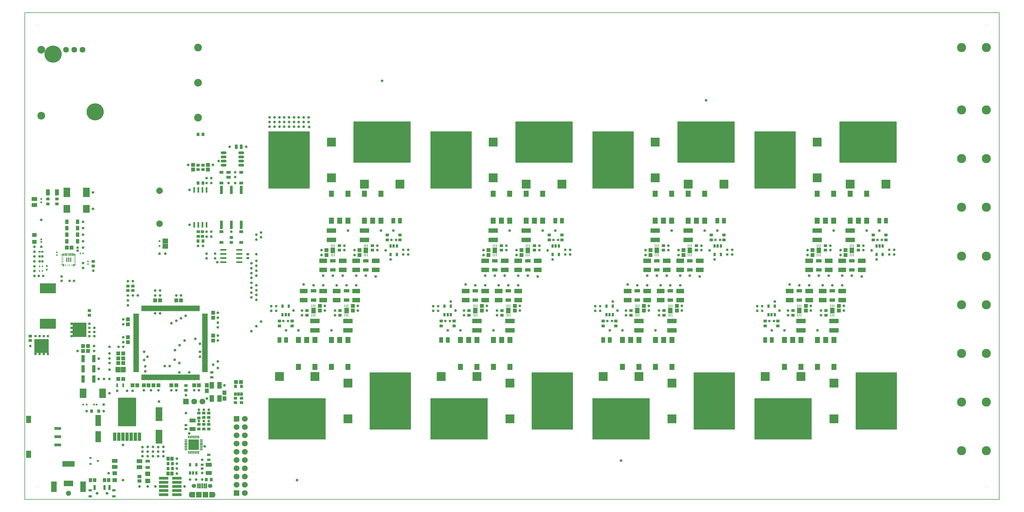
<source format=gts>
G04*
G04 #@! TF.GenerationSoftware,Altium Limited,Altium Designer,24.3.1 (35)*
G04*
G04 Layer_Color=8388736*
%FSLAX44Y44*%
%MOMM*%
G71*
G04*
G04 #@! TF.SameCoordinates,92BC9782-8992-42D9-9517-A00A7AE7D45C*
G04*
G04*
G04 #@! TF.FilePolarity,Negative*
G04*
G01*
G75*
%ADD11C,0.2000*%
%ADD27R,1.4500X0.9500*%
%ADD29R,0.6480X0.5080*%
G04:AMPARAMS|DCode=31|XSize=1.1mm|YSize=0.6mm|CornerRadius=0.051mm|HoleSize=0mm|Usage=FLASHONLY|Rotation=270.000|XOffset=0mm|YOffset=0mm|HoleType=Round|Shape=RoundedRectangle|*
%AMROUNDEDRECTD31*
21,1,1.1000,0.4980,0,0,270.0*
21,1,0.9980,0.6000,0,0,270.0*
1,1,0.1020,-0.2490,-0.4990*
1,1,0.1020,-0.2490,0.4990*
1,1,0.1020,0.2490,0.4990*
1,1,0.1020,0.2490,-0.4990*
%
%ADD31ROUNDEDRECTD31*%
%ADD33R,0.9500X1.3500*%
%ADD34R,1.3500X0.9500*%
%ADD35R,0.6000X0.5000*%
%ADD38R,0.6811X0.5725*%
%ADD39R,0.2548X0.8080*%
%ADD40R,1.4478X1.7526*%
%ADD41R,0.6900X0.9900*%
%ADD43R,0.9000X0.7500*%
%ADD47R,0.5000X0.4750*%
%ADD48R,0.4725X0.5596*%
%ADD49R,0.5596X0.4725*%
%ADD56R,1.0000X0.7500*%
%ADD61R,0.7000X0.7000*%
%ADD64R,0.6500X0.7000*%
%ADD68R,0.7000X0.7000*%
%ADD72R,0.4750X0.5000*%
%ADD73R,1.2192X0.9144*%
%ADD74R,1.9800X0.5300*%
%ADD75R,0.5588X1.7018*%
%ADD76R,0.8636X2.6162*%
%ADD79R,1.7121X1.0581*%
%ADD81R,0.6000X0.6000*%
%ADD82R,2.0000X3.0000*%
%ADD83R,1.9900X2.3300*%
%ADD85R,0.6000X1.2500*%
%ADD86R,1.5000X1.9000*%
%ADD87R,1.1000X2.2000*%
%ADD97R,0.4000X0.5000*%
%ADD99R,5.0038X3.0988*%
%ADD102R,2.0800X0.8900*%
%ADD103R,1.5200X2.3250*%
%ADD104R,0.7000X1.5000*%
%ADD105R,1.0000X0.8000*%
%ADD108R,0.5000X0.4000*%
%ADD109R,1.1000X1.3500*%
%ADD110R,0.7000X0.6500*%
%ADD113R,1.5032X1.3532*%
%ADD114R,1.8032X3.4032*%
%ADD115R,2.1032X4.3532*%
%ADD116R,1.6532X1.2532*%
%ADD117R,1.5032X1.6532*%
%ADD118R,0.8532X1.1032*%
%ADD119O,0.4032X0.9532*%
%ADD120O,0.9532X0.4032*%
%ADD121R,3.3332X3.3332*%
%ADD122R,4.2000X4.4840*%
%ADD123R,0.7500X0.6750*%
%ADD124R,4.4840X4.2000*%
%ADD125R,0.6750X0.7500*%
%ADD126R,1.2032X1.2532*%
%ADD127R,1.7032X1.7532*%
%ADD128R,0.6032X1.5532*%
%ADD129R,1.2532X1.2032*%
%ADD130R,1.1032X0.9032*%
%ADD131R,1.9032X1.3032*%
%ADD132R,0.9032X1.1032*%
%ADD133R,2.9932X0.9432*%
%ADD134R,1.0032X1.1532*%
%ADD135R,0.9142X1.0162*%
%ADD136O,1.8532X0.5032*%
%ADD137O,0.5032X1.8532*%
%ADD138R,0.8332X1.0332*%
G04:AMPARAMS|DCode=139|XSize=0.8032mm|YSize=1.6532mm|CornerRadius=0.1526mm|HoleSize=0mm|Usage=FLASHONLY|Rotation=90.000|XOffset=0mm|YOffset=0mm|HoleType=Round|Shape=RoundedRectangle|*
%AMROUNDEDRECTD139*
21,1,0.8032,1.3480,0,0,90.0*
21,1,0.4980,1.6532,0,0,90.0*
1,1,0.3052,0.6740,0.2490*
1,1,0.3052,0.6740,-0.2490*
1,1,0.3052,-0.6740,-0.2490*
1,1,0.3052,-0.6740,0.2490*
%
%ADD139ROUNDEDRECTD139*%
%ADD140R,1.6532X1.5032*%
%ADD141R,0.4572X0.8382*%
%ADD142R,0.3810X1.4224*%
%ADD143R,0.2540X0.6858*%
%ADD144R,0.6858X0.2540*%
%ADD145R,0.6096X0.2540*%
%ADD146R,0.2540X0.6096*%
%ADD147R,0.6096X0.4318*%
%ADD148R,0.5588X0.4318*%
%ADD149R,0.8032X0.7532*%
%ADD150R,0.7532X0.7532*%
%ADD151R,1.3032X1.4532*%
%ADD152R,1.4032X2.0032*%
%ADD153R,2.7032X2.7032*%
%ADD154R,17.7032X12.7032*%
%ADD155R,12.7032X17.7032*%
%ADD156R,2.7032X2.7032*%
%ADD157R,2.4892X1.4732*%
%ADD158R,2.9032X1.4532*%
%ADD159R,1.0162X0.9142*%
%ADD160R,1.2192X1.7272*%
%ADD161R,1.3032X1.8532*%
%ADD162R,0.7532X0.7532*%
G04:AMPARAMS|DCode=163|XSize=5.5532mm|YSize=8.7432mm|CornerRadius=0.1551mm|HoleSize=0mm|Usage=FLASHONLY|Rotation=180.000|XOffset=0mm|YOffset=0mm|HoleType=Round|Shape=RoundedRectangle|*
%AMROUNDEDRECTD163*
21,1,5.5532,8.4330,0,0,180.0*
21,1,5.2430,8.7432,0,0,180.0*
1,1,0.3102,-2.6215,4.2165*
1,1,0.3102,2.6215,4.2165*
1,1,0.3102,2.6215,-4.2165*
1,1,0.3102,-2.6215,-4.2165*
%
%ADD163ROUNDEDRECTD163*%
G04:AMPARAMS|DCode=164|XSize=1.0932mm|YSize=2.6132mm|CornerRadius=0.1505mm|HoleSize=0mm|Usage=FLASHONLY|Rotation=180.000|XOffset=0mm|YOffset=0mm|HoleType=Round|Shape=RoundedRectangle|*
%AMROUNDEDRECTD164*
21,1,1.0932,2.3121,0,0,180.0*
21,1,0.7921,2.6132,0,0,180.0*
1,1,0.3011,-0.3961,1.1561*
1,1,0.3011,0.3961,1.1561*
1,1,0.3011,0.3961,-1.1561*
1,1,0.3011,-0.3961,-1.1561*
%
%ADD164ROUNDEDRECTD164*%
%ADD165R,1.1532X1.0032*%
%ADD166R,1.4032X1.3032*%
%ADD167R,1.4032X1.7532*%
%ADD168R,1.4032X1.7532*%
%ADD169C,2.8032*%
%ADD170C,0.2032*%
%ADD171O,1.1032X1.7532*%
%ADD172O,1.4532X1.1532*%
%ADD173R,1.8032X1.8032*%
%ADD174C,1.8032*%
%ADD175R,1.8032X1.8032*%
%ADD176C,2.0032*%
%ADD177C,2.3832*%
%ADD178C,5.2832*%
%ADD179C,1.7832*%
%ADD180C,0.9000*%
%ADD181R,1.7032X3.2032*%
%ADD182C,1.6032*%
%ADD183R,3.7032X1.7032*%
%ADD184R,3.0032X1.7032*%
%ADD185C,0.8032*%
G36*
X120951Y718621D02*
Y724818D01*
X112359D01*
Y722532D01*
X116887D01*
Y718621D01*
X120951D01*
D02*
G37*
G36*
X112359Y752282D02*
X120197D01*
Y758225D01*
X116641D01*
Y754568D01*
X112359D01*
Y752282D01*
D02*
G37*
G36*
X149387Y718621D02*
Y724818D01*
X157979D01*
Y722532D01*
X153451D01*
Y718621D01*
X149387D01*
D02*
G37*
G36*
X157979Y752282D02*
X150141D01*
Y758225D01*
X153697D01*
Y754568D01*
X157979D01*
Y752282D01*
D02*
G37*
D11*
X0Y0D02*
Y1500000D01*
X3000000D01*
Y0D02*
Y1500000D01*
X0Y0D02*
X3000000D01*
D27*
X378550Y98870D02*
D03*
Y118370D02*
D03*
D29*
X202500Y109250D02*
D03*
Y128250D02*
D03*
X224980Y118750D02*
D03*
D31*
X1145360Y780790D02*
D03*
X1135860D02*
D03*
X1126360D02*
D03*
Y754790D02*
D03*
X1145360D02*
D03*
X1644000Y780790D02*
D03*
X1634500D02*
D03*
X1625000D02*
D03*
Y754790D02*
D03*
X1644000D02*
D03*
X2142640Y780790D02*
D03*
X2133140D02*
D03*
X2123640D02*
D03*
Y754790D02*
D03*
X2142640D02*
D03*
X2641280Y780790D02*
D03*
X2631780D02*
D03*
X2622280D02*
D03*
Y754790D02*
D03*
X2641280D02*
D03*
X2289680Y569210D02*
D03*
X2299180D02*
D03*
X2308680D02*
D03*
Y595210D02*
D03*
X2289680D02*
D03*
X1791040Y569210D02*
D03*
X1800540D02*
D03*
X1810040D02*
D03*
Y595210D02*
D03*
X1791040D02*
D03*
X1292400Y569210D02*
D03*
X1301900D02*
D03*
X1311400D02*
D03*
Y595210D02*
D03*
X1292400D02*
D03*
X793760Y569210D02*
D03*
X803260D02*
D03*
X812760D02*
D03*
Y595210D02*
D03*
X793760D02*
D03*
D33*
X651650Y1086880D02*
D03*
X666650D02*
D03*
D34*
X627470Y992780D02*
D03*
Y1007780D02*
D03*
D35*
X415430Y796050D02*
D03*
Y781050D02*
D03*
D38*
X54065Y763550D02*
D03*
X45755D02*
D03*
D39*
X1045361Y753336D02*
D03*
X1050361D02*
D03*
X1055361D02*
D03*
Y782244D02*
D03*
X1050361D02*
D03*
X1045361D02*
D03*
X1544001Y753336D02*
D03*
X1549001D02*
D03*
X1554001D02*
D03*
Y782244D02*
D03*
X1549001D02*
D03*
X1544001D02*
D03*
X2042641Y753336D02*
D03*
X2047641D02*
D03*
X2052641D02*
D03*
Y782244D02*
D03*
X2047641D02*
D03*
X2042641D02*
D03*
X2541281Y753336D02*
D03*
X2546281D02*
D03*
X2551281D02*
D03*
Y782244D02*
D03*
X2546281D02*
D03*
X2541281D02*
D03*
X2389679Y596664D02*
D03*
X2384680D02*
D03*
X2379680D02*
D03*
Y567756D02*
D03*
X2384680D02*
D03*
X2389679D02*
D03*
X1891040Y596664D02*
D03*
X1886040D02*
D03*
X1881040D02*
D03*
Y567756D02*
D03*
X1886040D02*
D03*
X1891040D02*
D03*
X1392399Y596664D02*
D03*
X1387399D02*
D03*
X1382399D02*
D03*
Y567756D02*
D03*
X1387399D02*
D03*
X1392399D02*
D03*
X893760Y596664D02*
D03*
X888760D02*
D03*
X883760D02*
D03*
Y567756D02*
D03*
X888760D02*
D03*
X893760D02*
D03*
X943761Y753336D02*
D03*
X948761D02*
D03*
X953761D02*
D03*
Y782244D02*
D03*
X948761D02*
D03*
X943761D02*
D03*
X1442401Y753336D02*
D03*
X1447401D02*
D03*
X1452401D02*
D03*
Y782244D02*
D03*
X1447401D02*
D03*
X1442401D02*
D03*
X1941041Y753336D02*
D03*
X1946041D02*
D03*
X1951041D02*
D03*
Y782244D02*
D03*
X1946041D02*
D03*
X1941041D02*
D03*
X2439680Y753336D02*
D03*
X2444680D02*
D03*
X2449680D02*
D03*
Y782244D02*
D03*
X2444680D02*
D03*
X2439680D02*
D03*
X2491279Y596664D02*
D03*
X2486279D02*
D03*
X2481279D02*
D03*
Y567756D02*
D03*
X2486279D02*
D03*
X2491279D02*
D03*
X1992640Y596664D02*
D03*
X1987640D02*
D03*
X1982640D02*
D03*
Y567756D02*
D03*
X1987640D02*
D03*
X1992640D02*
D03*
X1493999Y596664D02*
D03*
X1488999D02*
D03*
X1483999D02*
D03*
Y567756D02*
D03*
X1488999D02*
D03*
X1493999D02*
D03*
X995360Y596664D02*
D03*
X990360D02*
D03*
X985360D02*
D03*
Y567756D02*
D03*
X990360D02*
D03*
X995360D02*
D03*
D40*
X1050361Y767790D02*
D03*
X1549001Y767790D02*
D03*
X2047641Y767790D02*
D03*
X2546281D02*
D03*
X2384680Y582210D02*
D03*
X1886040D02*
D03*
X1387399D02*
D03*
X888760D02*
D03*
X948761Y767790D02*
D03*
X1447401Y767790D02*
D03*
X1946041Y767790D02*
D03*
X2444680D02*
D03*
X2486279Y582210D02*
D03*
X1987640D02*
D03*
X1488999D02*
D03*
X990360D02*
D03*
D41*
X509200Y107400D02*
D03*
X528200D02*
D03*
Y81500D02*
D03*
X518700D02*
D03*
X509200D02*
D03*
D43*
X496330Y229280D02*
D03*
Y217280D02*
D03*
X546200Y95400D02*
D03*
Y107400D02*
D03*
X686650Y744000D02*
D03*
Y756000D02*
D03*
D47*
X50930Y925705D02*
D03*
Y915455D02*
D03*
D48*
Y793548D02*
D03*
Y801072D02*
D03*
D49*
X220933Y292270D02*
D03*
X213407D02*
D03*
D56*
X566820Y122400D02*
D03*
Y137400D02*
D03*
X575780Y391520D02*
D03*
Y376520D02*
D03*
D61*
X1165361Y754790D02*
D03*
Y768790D02*
D03*
X2661281D02*
D03*
Y754790D02*
D03*
X2162641Y768790D02*
D03*
Y754790D02*
D03*
X1771039Y595210D02*
D03*
Y581210D02*
D03*
X1272399Y595210D02*
D03*
Y581210D02*
D03*
X1664001Y754790D02*
D03*
Y768790D02*
D03*
X773760Y581210D02*
D03*
Y595210D02*
D03*
X585650Y743000D02*
D03*
Y757000D02*
D03*
X2269679Y581210D02*
D03*
Y595210D02*
D03*
X647630Y1007780D02*
D03*
Y993780D02*
D03*
D64*
X138050Y673250D02*
D03*
X151550D02*
D03*
D68*
X574200Y825070D02*
D03*
X560200D02*
D03*
X302830Y470020D02*
D03*
X288830D02*
D03*
X560200Y975020D02*
D03*
X574200D02*
D03*
X57250Y688550D02*
D03*
X43250D02*
D03*
X1641501Y800040D02*
D03*
X1627500D02*
D03*
X796261Y549960D02*
D03*
X810261D02*
D03*
X1142860Y800040D02*
D03*
X1128860D02*
D03*
X2292180Y549960D02*
D03*
X2306180D02*
D03*
X1294899D02*
D03*
X1308900D02*
D03*
X2624780Y800040D02*
D03*
X2638780D02*
D03*
X2126140D02*
D03*
X2140141D02*
D03*
X1807540Y549960D02*
D03*
X1793540D02*
D03*
D72*
X190245Y292270D02*
D03*
X179995D02*
D03*
D73*
X666650Y1007783D02*
D03*
Y975017D02*
D03*
X605650Y1007783D02*
D03*
Y975017D02*
D03*
X666650Y792307D02*
D03*
Y825073D02*
D03*
X605650Y792307D02*
D03*
Y825073D02*
D03*
D74*
X660800Y769050D02*
D03*
Y756350D02*
D03*
Y743650D02*
D03*
Y730950D02*
D03*
X611500D02*
D03*
Y743650D02*
D03*
Y756350D02*
D03*
Y769050D02*
D03*
D75*
X522100Y846192D02*
D03*
X560200Y953888D02*
D03*
X547500D02*
D03*
X534800D02*
D03*
X522100D02*
D03*
X534800Y846192D02*
D03*
X547500D02*
D03*
X560200D02*
D03*
D76*
X605650Y846065D02*
D03*
X636150D02*
D03*
X666650D02*
D03*
Y954015D02*
D03*
X636150D02*
D03*
X605650D02*
D03*
D79*
X1050360Y735540D02*
D03*
Y707000D02*
D03*
X1549000Y735540D02*
D03*
Y707000D02*
D03*
X2047640Y735540D02*
D03*
Y707000D02*
D03*
X2546280Y735540D02*
D03*
Y707000D02*
D03*
X2384680Y614460D02*
D03*
Y643000D02*
D03*
X1886040Y614460D02*
D03*
Y643000D02*
D03*
X1387400Y614460D02*
D03*
Y643000D02*
D03*
X888760Y614460D02*
D03*
Y643000D02*
D03*
X948760Y735540D02*
D03*
Y707000D02*
D03*
X1447400Y735540D02*
D03*
Y707000D02*
D03*
X1946040Y735540D02*
D03*
Y707000D02*
D03*
X2444680Y735540D02*
D03*
Y707000D02*
D03*
X2486280Y614460D02*
D03*
Y643000D02*
D03*
X1987640Y614460D02*
D03*
Y643000D02*
D03*
X1489000Y614460D02*
D03*
Y643000D02*
D03*
X990360Y614460D02*
D03*
Y643000D02*
D03*
D81*
X67500Y718850D02*
D03*
Y708350D02*
D03*
D82*
X240000Y326870D02*
D03*
X180000D02*
D03*
X189500Y945700D02*
D03*
X129500D02*
D03*
D83*
X189700Y895700D02*
D03*
X129500D02*
D03*
D85*
X302830Y351520D02*
D03*
X284830D02*
D03*
D86*
X868361Y491460D02*
D03*
X893761D02*
D03*
Y408460D02*
D03*
X842961D02*
D03*
Y491460D02*
D03*
X1569400Y858540D02*
D03*
X1544000D02*
D03*
Y941540D02*
D03*
X1594800D02*
D03*
Y858540D02*
D03*
X1467801Y858540D02*
D03*
X1442401D02*
D03*
Y941540D02*
D03*
X1493201D02*
D03*
Y858540D02*
D03*
X969960Y491460D02*
D03*
X995360D02*
D03*
Y408460D02*
D03*
X944560D02*
D03*
Y491460D02*
D03*
X969161Y858540D02*
D03*
X943761D02*
D03*
Y941540D02*
D03*
X994561D02*
D03*
Y858540D02*
D03*
X1070760Y858540D02*
D03*
X1045360D02*
D03*
Y941540D02*
D03*
X1096160D02*
D03*
Y858540D02*
D03*
X2338880Y491460D02*
D03*
Y408460D02*
D03*
X2389680D02*
D03*
Y491460D02*
D03*
X2364280D02*
D03*
X2440480Y491460D02*
D03*
Y408460D02*
D03*
X2491280D02*
D03*
Y491460D02*
D03*
X2465880D02*
D03*
X1367000Y491460D02*
D03*
X1392400D02*
D03*
Y408460D02*
D03*
X1341600D02*
D03*
Y491460D02*
D03*
X1468600Y491460D02*
D03*
X1494000D02*
D03*
Y408460D02*
D03*
X1443200D02*
D03*
Y491460D02*
D03*
X1840240Y491460D02*
D03*
Y408460D02*
D03*
X1891040D02*
D03*
Y491460D02*
D03*
X1865640D02*
D03*
X1941840Y491460D02*
D03*
Y408460D02*
D03*
X1992640D02*
D03*
Y491460D02*
D03*
X1967240D02*
D03*
X2490480Y858540D02*
D03*
Y941540D02*
D03*
X2439680D02*
D03*
Y858540D02*
D03*
X2465080D02*
D03*
X2592080Y858540D02*
D03*
Y941540D02*
D03*
X2541280D02*
D03*
Y858540D02*
D03*
X2566680D02*
D03*
X1991841Y858540D02*
D03*
Y941540D02*
D03*
X1941041D02*
D03*
Y858540D02*
D03*
X1966441D02*
D03*
X2093441Y858540D02*
D03*
Y941540D02*
D03*
X2042641D02*
D03*
Y858540D02*
D03*
X2068041D02*
D03*
D87*
X213000Y434110D02*
D03*
X180000D02*
D03*
X180000Y371360D02*
D03*
X213000D02*
D03*
X180000Y402610D02*
D03*
X213000D02*
D03*
D97*
X179550Y758550D02*
D03*
X171550D02*
D03*
X54250Y703550D02*
D03*
X46250D02*
D03*
Y718550D02*
D03*
X54250D02*
D03*
D99*
X71250Y541504D02*
D03*
Y650516D02*
D03*
D102*
X101550Y167750D02*
D03*
Y193150D02*
D03*
Y218550D02*
D03*
D103*
X12350Y246925D02*
D03*
Y139375D02*
D03*
D104*
X245500Y36500D02*
D03*
X260500D02*
D03*
X215500D02*
D03*
D105*
X201500Y28650D02*
D03*
X274500D02*
D03*
X201500Y9350D02*
D03*
X274500D02*
D03*
D108*
X99500Y761420D02*
D03*
Y753420D02*
D03*
X194550Y725550D02*
D03*
Y733550D02*
D03*
D109*
X129500Y855700D02*
D03*
X162500D02*
D03*
X129500Y835700D02*
D03*
X162500D02*
D03*
X129500Y815700D02*
D03*
X162500D02*
D03*
X129500Y795700D02*
D03*
X162500D02*
D03*
D110*
X113800Y673250D02*
D03*
Y686750D02*
D03*
D113*
X378550Y56790D02*
D03*
Y79290D02*
D03*
D114*
X226380Y193150D02*
D03*
Y243150D02*
D03*
D115*
X412940Y193150D02*
D03*
Y262650D02*
D03*
D116*
X353550Y118370D02*
D03*
Y99870D02*
D03*
X277350Y118750D02*
D03*
Y100250D02*
D03*
X30000Y907200D02*
D03*
Y925700D02*
D03*
D117*
X302830Y400020D02*
D03*
X286830D02*
D03*
D118*
X648700Y348565D02*
D03*
X667700D02*
D03*
Y324565D02*
D03*
X658200D02*
D03*
X648700D02*
D03*
D119*
X535080Y192280D02*
D03*
X530080D02*
D03*
X525080D02*
D03*
X520080D02*
D03*
X515080D02*
D03*
X510080D02*
D03*
X505080D02*
D03*
Y144780D02*
D03*
X510080D02*
D03*
X515080D02*
D03*
X520080D02*
D03*
X525080D02*
D03*
X530080D02*
D03*
X535080D02*
D03*
D120*
X496330Y183530D02*
D03*
Y178530D02*
D03*
Y173530D02*
D03*
Y168530D02*
D03*
Y163530D02*
D03*
Y158530D02*
D03*
Y153530D02*
D03*
X543830D02*
D03*
Y158530D02*
D03*
Y163530D02*
D03*
Y168530D02*
D03*
Y173530D02*
D03*
Y178530D02*
D03*
Y183530D02*
D03*
D121*
X520080Y168530D02*
D03*
D122*
X168780Y522450D02*
D03*
D123*
X144030Y503400D02*
D03*
X199075D02*
D03*
Y516100D02*
D03*
Y528800D02*
D03*
Y541500D02*
D03*
X144030Y516100D02*
D03*
Y541500D02*
D03*
Y528800D02*
D03*
D124*
X52200Y473110D02*
D03*
D125*
X71250Y448360D02*
D03*
Y503405D02*
D03*
X58550D02*
D03*
X45850D02*
D03*
X33150D02*
D03*
X58550Y448360D02*
D03*
X33150D02*
D03*
X45850D02*
D03*
D126*
X564010Y1016150D02*
D03*
Y1031150D02*
D03*
X908760Y596660D02*
D03*
Y581660D02*
D03*
X1906040Y596660D02*
D03*
Y581660D02*
D03*
X2007639Y596660D02*
D03*
Y581660D02*
D03*
X1427401Y753339D02*
D03*
Y768339D02*
D03*
X1529001Y753339D02*
D03*
Y768339D02*
D03*
X1010360Y581660D02*
D03*
Y596660D02*
D03*
X928761Y753339D02*
D03*
Y768340D02*
D03*
X1030361Y753339D02*
D03*
Y768340D02*
D03*
X518290Y1016150D02*
D03*
Y1031150D02*
D03*
X2404680Y596660D02*
D03*
Y581660D02*
D03*
X2506279D02*
D03*
Y596660D02*
D03*
X1407400D02*
D03*
Y581660D02*
D03*
X1508999Y596660D02*
D03*
Y581660D02*
D03*
X2526280Y768340D02*
D03*
Y753339D02*
D03*
X2424681Y768340D02*
D03*
Y753339D02*
D03*
X1926041Y768340D02*
D03*
Y753339D02*
D03*
X579830Y560020D02*
D03*
Y575020D02*
D03*
X2027641Y768340D02*
D03*
Y753339D02*
D03*
X579830Y505020D02*
D03*
Y490020D02*
D03*
X317830Y500020D02*
D03*
Y485020D02*
D03*
X317830Y555020D02*
D03*
Y540020D02*
D03*
D127*
X556200Y14500D02*
D03*
X536200D02*
D03*
D128*
X559200Y41500D02*
D03*
X552700D02*
D03*
X546200D02*
D03*
X539700D02*
D03*
X533200D02*
D03*
D129*
X650700Y361565D02*
D03*
X665700D02*
D03*
X302830Y420020D02*
D03*
X287830D02*
D03*
X287830Y435020D02*
D03*
X302830D02*
D03*
X287830Y450020D02*
D03*
X302830D02*
D03*
X287830Y371360D02*
D03*
X302830D02*
D03*
X331830Y351520D02*
D03*
X346830D02*
D03*
X195000Y473110D02*
D03*
X180000D02*
D03*
X396330Y351520D02*
D03*
X411330D02*
D03*
X536330Y351520D02*
D03*
X521330D02*
D03*
X401330Y613520D02*
D03*
X416330D02*
D03*
X144500Y775700D02*
D03*
X129500D02*
D03*
X180000Y457360D02*
D03*
X195000D02*
D03*
X466330Y613520D02*
D03*
X481330D02*
D03*
X451330Y351520D02*
D03*
X466330D02*
D03*
X381330Y351520D02*
D03*
X366330D02*
D03*
D130*
X667700Y298065D02*
D03*
Y312065D02*
D03*
X648700Y298065D02*
D03*
Y312065D02*
D03*
X566330Y231280D02*
D03*
Y217280D02*
D03*
X551330Y231280D02*
D03*
Y217280D02*
D03*
X547500Y825070D02*
D03*
Y811070D02*
D03*
X317830Y657520D02*
D03*
Y643520D02*
D03*
X332830D02*
D03*
Y657520D02*
D03*
X534800Y811070D02*
D03*
Y825070D02*
D03*
X548770Y1016150D02*
D03*
Y1030150D02*
D03*
X533530Y1016150D02*
D03*
Y1030150D02*
D03*
X199000Y567950D02*
D03*
Y581950D02*
D03*
X551330Y252520D02*
D03*
Y266520D02*
D03*
X566330Y252520D02*
D03*
Y266520D02*
D03*
X16750Y489400D02*
D03*
Y503400D02*
D03*
X1070360Y768240D02*
D03*
Y782240D02*
D03*
X1569000Y768240D02*
D03*
Y782240D02*
D03*
X2067640Y768240D02*
D03*
Y782240D02*
D03*
X2566280Y768240D02*
D03*
Y782240D02*
D03*
X2364680Y581760D02*
D03*
Y567760D02*
D03*
X1866040Y581760D02*
D03*
Y567760D02*
D03*
X1367400Y581760D02*
D03*
Y567760D02*
D03*
X868760Y581760D02*
D03*
Y567760D02*
D03*
X968760Y782240D02*
D03*
Y768240D02*
D03*
X1467400Y782240D02*
D03*
Y768240D02*
D03*
X1966040Y782240D02*
D03*
Y768240D02*
D03*
X2464680Y782240D02*
D03*
Y768240D02*
D03*
X2466280Y567760D02*
D03*
Y581760D02*
D03*
X1967640Y567760D02*
D03*
Y581760D02*
D03*
X1469000Y567760D02*
D03*
Y581760D02*
D03*
X970360Y567760D02*
D03*
Y581760D02*
D03*
X496330Y336520D02*
D03*
Y350520D02*
D03*
X210640Y733550D02*
D03*
Y719550D02*
D03*
X536330Y231280D02*
D03*
Y217280D02*
D03*
D131*
X516330Y217280D02*
D03*
Y243280D02*
D03*
X566820Y107400D02*
D03*
Y81400D02*
D03*
D132*
X455010Y110300D02*
D03*
X441010D02*
D03*
Y95300D02*
D03*
X455010D02*
D03*
D133*
X468260Y65300D02*
D03*
Y52600D02*
D03*
Y39900D02*
D03*
Y27200D02*
D03*
Y14500D02*
D03*
X427560D02*
D03*
Y27200D02*
D03*
Y39900D02*
D03*
Y52600D02*
D03*
Y65300D02*
D03*
D134*
X441010Y80300D02*
D03*
X453510D02*
D03*
Y125300D02*
D03*
X441010D02*
D03*
X245500Y60000D02*
D03*
X258500D02*
D03*
X202500Y60000D02*
D03*
X215500D02*
D03*
D135*
X574440Y61500D02*
D03*
X559200D02*
D03*
X533530Y796070D02*
D03*
X548770D02*
D03*
X548770Y975020D02*
D03*
X533530D02*
D03*
X533530Y1124700D02*
D03*
X548770D02*
D03*
D136*
X342834Y425020D02*
D03*
Y420020D02*
D03*
Y440020D02*
D03*
Y430020D02*
D03*
Y435020D02*
D03*
Y400020D02*
D03*
Y395020D02*
D03*
Y415020D02*
D03*
Y405020D02*
D03*
Y410020D02*
D03*
Y460020D02*
D03*
Y475020D02*
D03*
Y465020D02*
D03*
Y470020D02*
D03*
Y455020D02*
D03*
Y445020D02*
D03*
Y450020D02*
D03*
Y510020D02*
D03*
Y505020D02*
D03*
Y525020D02*
D03*
Y515020D02*
D03*
Y520020D02*
D03*
Y485020D02*
D03*
Y480020D02*
D03*
Y500020D02*
D03*
Y490020D02*
D03*
Y495020D02*
D03*
Y555020D02*
D03*
Y550020D02*
D03*
Y570020D02*
D03*
Y560020D02*
D03*
Y565020D02*
D03*
Y535020D02*
D03*
Y530020D02*
D03*
Y540020D02*
D03*
Y545020D02*
D03*
X554834Y425020D02*
D03*
Y420020D02*
D03*
Y440020D02*
D03*
Y430020D02*
D03*
Y435020D02*
D03*
Y400020D02*
D03*
Y395020D02*
D03*
Y415020D02*
D03*
Y405020D02*
D03*
Y410020D02*
D03*
Y460020D02*
D03*
Y475020D02*
D03*
Y465020D02*
D03*
Y470020D02*
D03*
Y455020D02*
D03*
Y445020D02*
D03*
Y450020D02*
D03*
Y510020D02*
D03*
Y505020D02*
D03*
Y525020D02*
D03*
Y515020D02*
D03*
Y520020D02*
D03*
Y485020D02*
D03*
Y480020D02*
D03*
Y500020D02*
D03*
Y490020D02*
D03*
Y495020D02*
D03*
Y565020D02*
D03*
Y560020D02*
D03*
Y570020D02*
D03*
Y540020D02*
D03*
Y530020D02*
D03*
Y535020D02*
D03*
Y555020D02*
D03*
Y545020D02*
D03*
Y550020D02*
D03*
D137*
X411334Y376520D02*
D03*
X401334D02*
D03*
X406334D02*
D03*
X431334D02*
D03*
X436334D02*
D03*
X416334D02*
D03*
X426334D02*
D03*
X421334D02*
D03*
X366334D02*
D03*
X371334D02*
D03*
X361334D02*
D03*
X391334D02*
D03*
X396334D02*
D03*
X376334D02*
D03*
X386334D02*
D03*
X381334D02*
D03*
X411334Y588520D02*
D03*
X431334D02*
D03*
X436334D02*
D03*
X416334D02*
D03*
X426334D02*
D03*
X421334D02*
D03*
X371334D02*
D03*
X376334D02*
D03*
X361334D02*
D03*
X366334D02*
D03*
X396334D02*
D03*
X406334D02*
D03*
X401334D02*
D03*
X381334D02*
D03*
X391334D02*
D03*
X386334D02*
D03*
X506334Y376520D02*
D03*
X511334D02*
D03*
X491334D02*
D03*
X501334D02*
D03*
X496334D02*
D03*
X531334D02*
D03*
X536334D02*
D03*
X516334D02*
D03*
X526334D02*
D03*
X521334D02*
D03*
X456334D02*
D03*
X461334D02*
D03*
X441334D02*
D03*
X451334D02*
D03*
X446334D02*
D03*
X481334D02*
D03*
X486334D02*
D03*
X466334D02*
D03*
X476334D02*
D03*
X471334D02*
D03*
X491334Y588520D02*
D03*
X501334D02*
D03*
X496334D02*
D03*
X521334D02*
D03*
X526334D02*
D03*
X506334D02*
D03*
X516334D02*
D03*
X511334D02*
D03*
X456334D02*
D03*
X461334D02*
D03*
X441334D02*
D03*
X451334D02*
D03*
X446334D02*
D03*
X481334D02*
D03*
X486334D02*
D03*
X466334D02*
D03*
X476334D02*
D03*
X471334D02*
D03*
X531334D02*
D03*
X536334D02*
D03*
D138*
X206020Y272270D02*
D03*
X228320D02*
D03*
D139*
X666650Y1030150D02*
D03*
Y1042850D02*
D03*
Y1055550D02*
D03*
Y1068250D02*
D03*
X612150Y1030150D02*
D03*
Y1042850D02*
D03*
Y1055550D02*
D03*
Y1068250D02*
D03*
D140*
X432940Y780050D02*
D03*
Y796050D02*
D03*
D141*
X141800Y755050D02*
D03*
X124300Y754925D02*
D03*
X146800Y755050D02*
D03*
X129300Y754925D02*
D03*
X136800Y755050D02*
D03*
D142*
X135550Y738550D02*
D03*
X141800D02*
D03*
X129300D02*
D03*
D143*
X125050Y722050D02*
D03*
X146050D02*
D03*
D144*
X116550Y733550D02*
D03*
Y743550D02*
D03*
X154550D02*
D03*
Y733550D02*
D03*
X116550Y738550D02*
D03*
X154550D02*
D03*
D145*
X116169Y728550D02*
D03*
Y748550D02*
D03*
X154931D02*
D03*
Y728550D02*
D03*
D146*
X138050Y721669D02*
D03*
X133050D02*
D03*
D147*
X118919Y723675D02*
D03*
X151419D02*
D03*
D148*
X118419Y753425D02*
D03*
X151919D02*
D03*
D149*
X46000Y733550D02*
D03*
X54500D02*
D03*
D150*
X162500Y766700D02*
D03*
Y775700D02*
D03*
D151*
X614780Y328520D02*
D03*
Y311520D02*
D03*
X560780Y334520D02*
D03*
Y351520D02*
D03*
D152*
X599780Y311520D02*
D03*
X575780Y351520D02*
D03*
X599780D02*
D03*
X575780Y311520D02*
D03*
D153*
X1654001Y971239D02*
D03*
X1544001D02*
D03*
X783760Y378760D02*
D03*
X893761D02*
D03*
X1155360Y971240D02*
D03*
X1045360D02*
D03*
X2042640D02*
D03*
X2152641D02*
D03*
X2541280D02*
D03*
X2651280D02*
D03*
X2279680Y378760D02*
D03*
X2389680D02*
D03*
X1282400D02*
D03*
X1392400D02*
D03*
X1891040D02*
D03*
X1781040D02*
D03*
D154*
X1599000Y1101239D02*
D03*
X838761Y248760D02*
D03*
X1100360Y1101240D02*
D03*
X2097641D02*
D03*
X2596280D02*
D03*
X2334680Y248760D02*
D03*
X1337400D02*
D03*
X1836040D02*
D03*
D155*
X1312400Y1046240D02*
D03*
X1125360Y303760D02*
D03*
X813760Y1046240D02*
D03*
X2621280Y303760D02*
D03*
X1624000D02*
D03*
X1811040Y1046240D02*
D03*
X2309680D02*
D03*
X2122640Y303760D02*
D03*
D156*
X1442400Y991240D02*
D03*
Y1101240D02*
D03*
X995361Y248760D02*
D03*
Y358760D02*
D03*
X943760Y991240D02*
D03*
Y1101240D02*
D03*
X2491280Y248760D02*
D03*
Y358760D02*
D03*
X1494000D02*
D03*
Y248760D02*
D03*
X1941040Y991240D02*
D03*
Y1101240D02*
D03*
X2439680Y991240D02*
D03*
Y1101240D02*
D03*
X1992640Y358759D02*
D03*
Y248760D02*
D03*
D157*
X1856040Y642400D02*
D03*
Y614460D02*
D03*
X1916040Y642400D02*
D03*
Y614460D02*
D03*
X2017639Y642400D02*
D03*
Y614460D02*
D03*
X1957640Y642400D02*
D03*
Y614460D02*
D03*
X1477401Y707599D02*
D03*
Y735539D02*
D03*
X1417401Y707599D02*
D03*
Y735539D02*
D03*
X1519001Y707599D02*
D03*
Y735539D02*
D03*
X1579001Y707599D02*
D03*
Y735539D02*
D03*
X858760Y642400D02*
D03*
Y614460D02*
D03*
X960360Y642400D02*
D03*
Y614460D02*
D03*
X1020360D02*
D03*
Y642400D02*
D03*
X918760D02*
D03*
Y614460D02*
D03*
X918761Y707600D02*
D03*
Y735540D02*
D03*
X978761Y707600D02*
D03*
Y735540D02*
D03*
X1080361Y707600D02*
D03*
Y735540D02*
D03*
X1020361D02*
D03*
Y707600D02*
D03*
X2516279Y642400D02*
D03*
Y614460D02*
D03*
X2414679Y642400D02*
D03*
Y614460D02*
D03*
X2354680Y642400D02*
D03*
Y614460D02*
D03*
X2456280D02*
D03*
Y642400D02*
D03*
X1518999D02*
D03*
Y614460D02*
D03*
X1459000Y642400D02*
D03*
Y614460D02*
D03*
X1357399Y642400D02*
D03*
Y614460D02*
D03*
X1417399Y642400D02*
D03*
Y614460D02*
D03*
X2516281Y735540D02*
D03*
Y707600D02*
D03*
X2474680Y735540D02*
D03*
Y707600D02*
D03*
X2576281Y735540D02*
D03*
Y707600D02*
D03*
X1976041Y735540D02*
D03*
Y707600D02*
D03*
X2017641Y735540D02*
D03*
Y707600D02*
D03*
X2077641Y735540D02*
D03*
Y707600D02*
D03*
X1916041Y735540D02*
D03*
Y707600D02*
D03*
X2414681Y735540D02*
D03*
Y707600D02*
D03*
D158*
X1442400Y800040D02*
D03*
Y828540D02*
D03*
X1544001D02*
D03*
Y800040D02*
D03*
X995360Y549960D02*
D03*
Y521460D02*
D03*
X893760D02*
D03*
Y549960D02*
D03*
X943760Y800040D02*
D03*
Y828540D02*
D03*
X1045361D02*
D03*
Y800040D02*
D03*
X2389680Y521460D02*
D03*
Y549960D02*
D03*
X2491280Y549960D02*
D03*
Y521460D02*
D03*
X1494000Y549960D02*
D03*
Y521460D02*
D03*
X1392400D02*
D03*
Y549960D02*
D03*
X1891040D02*
D03*
Y521460D02*
D03*
X2541280Y800040D02*
D03*
Y828540D02*
D03*
X1941041D02*
D03*
Y800040D02*
D03*
X2042641D02*
D03*
Y828540D02*
D03*
X2439680D02*
D03*
Y800040D02*
D03*
X1992640Y521460D02*
D03*
Y549960D02*
D03*
D159*
X1654001Y800040D02*
D03*
Y815280D02*
D03*
X1615000D02*
D03*
Y800040D02*
D03*
X783760Y534720D02*
D03*
Y549960D02*
D03*
X822760D02*
D03*
Y534720D02*
D03*
X636150Y792310D02*
D03*
Y807550D02*
D03*
X1155361Y800040D02*
D03*
Y815280D02*
D03*
X1116360Y800040D02*
D03*
Y815280D02*
D03*
X2318680Y534720D02*
D03*
Y549960D02*
D03*
X2279680Y534720D02*
D03*
Y549960D02*
D03*
X1321400Y534720D02*
D03*
Y549960D02*
D03*
X1282400D02*
D03*
Y534720D02*
D03*
X1781040D02*
D03*
Y549960D02*
D03*
X2612280Y800040D02*
D03*
Y815280D02*
D03*
X2651280D02*
D03*
Y800040D02*
D03*
X2113641D02*
D03*
Y815280D02*
D03*
X2152641D02*
D03*
Y800040D02*
D03*
X71000Y925700D02*
D03*
X1820040Y549960D02*
D03*
Y534720D02*
D03*
X71000Y910460D02*
D03*
X99500Y925700D02*
D03*
Y910460D02*
D03*
X536330Y266520D02*
D03*
Y251280D02*
D03*
D160*
X1633681Y858539D02*
D03*
X1654001D02*
D03*
X783760Y491460D02*
D03*
X804080D02*
D03*
X1135041Y858540D02*
D03*
X1155360D02*
D03*
X2300000Y491460D02*
D03*
X2279680D02*
D03*
X1302720D02*
D03*
X1282400D02*
D03*
X2152641Y858540D02*
D03*
X2132321D02*
D03*
X2651280D02*
D03*
X2630960D02*
D03*
X1781040Y491460D02*
D03*
X1801360D02*
D03*
D161*
X99500Y945700D02*
D03*
X71000D02*
D03*
D162*
X45750Y748550D02*
D03*
X54750D02*
D03*
D163*
X315450Y269450D02*
D03*
D164*
X353550Y193150D02*
D03*
X340850D02*
D03*
X328150D02*
D03*
X315450D02*
D03*
X302750D02*
D03*
X290050D02*
D03*
X277350D02*
D03*
D165*
X353550Y70290D02*
D03*
Y56790D02*
D03*
D166*
X30000Y814550D02*
D03*
Y793550D02*
D03*
X277350Y60000D02*
D03*
Y81000D02*
D03*
D167*
X575201Y14503D02*
D03*
D168*
X517200Y14498D02*
D03*
D169*
X2960000Y1200000D02*
D03*
X2884000D02*
D03*
X2960000Y1050000D02*
D03*
X2884000D02*
D03*
X2960000Y900000D02*
D03*
X2884000D02*
D03*
X2960000Y750000D02*
D03*
X2884000D02*
D03*
X2960000Y600000D02*
D03*
X2884000D02*
D03*
X2960000Y450000D02*
D03*
X2884000D02*
D03*
X2960000Y300000D02*
D03*
X2884000D02*
D03*
X2960000Y150000D02*
D03*
X2884000D02*
D03*
X2960000Y1392100D02*
D03*
X2884000D02*
D03*
D170*
X2960000Y40000D02*
D03*
X40000D02*
D03*
Y1460000D02*
D03*
X2960000D02*
D03*
D171*
X511200Y14500D02*
D03*
X581200D02*
D03*
D172*
X521200Y41500D02*
D03*
X571200D02*
D03*
D173*
X652140Y20000D02*
D03*
Y248600D02*
D03*
D174*
X677540Y20000D02*
D03*
X652140Y45400D02*
D03*
X677540D02*
D03*
X652140Y70800D02*
D03*
X677540D02*
D03*
X652140Y96200D02*
D03*
X677540D02*
D03*
X652140Y121600D02*
D03*
X677540D02*
D03*
X652140Y147000D02*
D03*
Y172400D02*
D03*
Y197800D02*
D03*
Y223200D02*
D03*
X677540Y147000D02*
D03*
Y172400D02*
D03*
Y197800D02*
D03*
Y223200D02*
D03*
Y248600D02*
D03*
X547130Y301520D02*
D03*
X521730D02*
D03*
D175*
X496330D02*
D03*
D176*
X415430Y950840D02*
D03*
Y849240D02*
D03*
D177*
X50930Y1182200D02*
D03*
X533530Y1284200D02*
D03*
Y1176200D02*
D03*
X50930Y1385400D02*
D03*
X533530Y1392100D02*
D03*
D178*
X217160Y1194200D02*
D03*
X86930Y1372000D02*
D03*
D179*
X177930Y1385400D02*
D03*
X152530D02*
D03*
X127130D02*
D03*
D180*
X223000Y19000D02*
D03*
X253000D02*
D03*
D181*
X90000Y39250D02*
D03*
X180000D02*
D03*
D182*
X135000Y19250D02*
D03*
D183*
Y109250D02*
D03*
D184*
Y49250D02*
D03*
D185*
X378550Y39900D02*
D03*
X412940Y301520D02*
D03*
X1810040Y610210D02*
D03*
X509200Y61500D02*
D03*
X520080Y168530D02*
D03*
X712740Y615000D02*
D03*
Y630000D02*
D03*
Y645000D02*
D03*
Y660000D02*
D03*
Y690000D02*
D03*
Y705000D02*
D03*
Y720000D02*
D03*
Y735000D02*
D03*
X362580Y133670D02*
D03*
Y147880D02*
D03*
Y161550D02*
D03*
X410490Y133670D02*
D03*
Y147880D02*
D03*
Y161550D02*
D03*
X378550Y162100D02*
D03*
Y133670D02*
D03*
X315450Y334990D02*
D03*
X492160Y39900D02*
D03*
X594830Y560020D02*
D03*
Y575020D02*
D03*
Y405020D02*
D03*
X579830Y415020D02*
D03*
X594830Y425020D02*
D03*
X496330Y266200D02*
D03*
X536330Y241280D02*
D03*
X506200Y203905D02*
D03*
X536330Y276520D02*
D03*
X551330D02*
D03*
X546200Y122400D02*
D03*
X566330Y276520D02*
D03*
X546200Y81400D02*
D03*
X521330Y336520D02*
D03*
X553830Y163530D02*
D03*
X468260Y95300D02*
D03*
X402560Y39900D02*
D03*
X546200Y61500D02*
D03*
X367830Y455020D02*
D03*
X431330Y410670D02*
D03*
X371330Y395020D02*
D03*
X446330Y410670D02*
D03*
X476330Y391520D02*
D03*
X506330D02*
D03*
X476330Y420670D02*
D03*
X461330Y430670D02*
D03*
X371330Y410020D02*
D03*
X317830Y598520D02*
D03*
X495340Y566020D02*
D03*
X481330Y558520D02*
D03*
X466330Y551020D02*
D03*
X214070Y503400D02*
D03*
Y528800D02*
D03*
X179550Y713550D02*
D03*
X394520Y133670D02*
D03*
Y147880D02*
D03*
Y162100D02*
D03*
X597150Y1042850D02*
D03*
X873760Y1162660D02*
D03*
X858760D02*
D03*
X843760D02*
D03*
X828760D02*
D03*
X813760D02*
D03*
X798760D02*
D03*
X783760D02*
D03*
X768760D02*
D03*
X753760D02*
D03*
X843760Y1177660D02*
D03*
X828760D02*
D03*
X873760D02*
D03*
X858760D02*
D03*
X813760D02*
D03*
X798760D02*
D03*
X783760D02*
D03*
X768760D02*
D03*
X753760D02*
D03*
X432940Y757000D02*
D03*
X415430D02*
D03*
X533530Y781070D02*
D03*
X548770D02*
D03*
X574200Y990020D02*
D03*
X560200D02*
D03*
X627470Y975020D02*
D03*
X712740Y756000D02*
D03*
X681650Y1086880D02*
D03*
X190240Y272270D02*
D03*
X243320D02*
D03*
Y292270D02*
D03*
X758760Y581210D02*
D03*
Y595210D02*
D03*
X697740Y518460D02*
D03*
X712740Y533460D02*
D03*
X2093441Y828540D02*
D03*
X1991841D02*
D03*
X2132321Y828730D02*
D03*
X1594801Y828540D02*
D03*
X1493201D02*
D03*
X2592081D02*
D03*
X1096161D02*
D03*
X2490481D02*
D03*
X994561D02*
D03*
X1135041Y828730D02*
D03*
X1633681D02*
D03*
X712740Y815723D02*
D03*
X260780Y400020D02*
D03*
Y470020D02*
D03*
Y435020D02*
D03*
Y450020D02*
D03*
Y420020D02*
D03*
Y371360D02*
D03*
X228000Y402610D02*
D03*
Y434110D02*
D03*
X594830Y490020D02*
D03*
Y505020D02*
D03*
X332830Y672520D02*
D03*
X317830D02*
D03*
X347830Y628520D02*
D03*
X401330Y573520D02*
D03*
X416330D02*
D03*
X451330Y543520D02*
D03*
X210640Y704550D02*
D03*
X507100Y846190D02*
D03*
X574200Y810070D02*
D03*
X503290Y1031150D02*
D03*
X579010D02*
D03*
X647630Y975020D02*
D03*
X593120Y730950D02*
D03*
X302750Y168150D02*
D03*
X258500Y81000D02*
D03*
X302350Y60000D02*
D03*
X353550Y39900D02*
D03*
X30000Y688550D02*
D03*
X179550Y775700D02*
D03*
X260780Y326870D02*
D03*
X284830Y334990D02*
D03*
X2082640Y768240D02*
D03*
X923760Y581660D02*
D03*
Y596660D02*
D03*
X1180361Y754790D02*
D03*
X1015361Y753340D02*
D03*
Y768340D02*
D03*
X918761Y690000D02*
D03*
X1080361Y687180D02*
D03*
X813760Y1046240D02*
D03*
X1020361Y690000D02*
D03*
X948761D02*
D03*
X978761D02*
D03*
X913761Y753340D02*
D03*
Y768340D02*
D03*
X1085361Y768240D02*
D03*
Y782240D02*
D03*
X983761D02*
D03*
Y768240D02*
D03*
X1126360Y739790D02*
D03*
X1111361Y767790D02*
D03*
X1180361Y768790D02*
D03*
X1050361Y690000D02*
D03*
X1514001Y753340D02*
D03*
Y768340D02*
D03*
X1417401Y690000D02*
D03*
X1579001Y687180D02*
D03*
X1312400Y1046240D02*
D03*
X1519001Y690000D02*
D03*
X1447401D02*
D03*
X1477401D02*
D03*
X1412401Y753340D02*
D03*
Y768340D02*
D03*
X1584001Y768240D02*
D03*
Y782240D02*
D03*
X1482401D02*
D03*
Y768240D02*
D03*
X1625000Y739790D02*
D03*
X1610001Y767790D02*
D03*
X1679001Y754790D02*
D03*
Y768790D02*
D03*
X1549001Y690000D02*
D03*
X1916041Y690000D02*
D03*
X1811040Y1046240D02*
D03*
X2077641Y687180D02*
D03*
X1976041Y690000D02*
D03*
X1911041Y753340D02*
D03*
Y768340D02*
D03*
X1946041Y690000D02*
D03*
X2047641D02*
D03*
X2012641Y753340D02*
D03*
Y768340D02*
D03*
X2017641Y690000D02*
D03*
X2082641Y782240D02*
D03*
X1981041D02*
D03*
Y768240D02*
D03*
X2123640Y739790D02*
D03*
X2108641Y767790D02*
D03*
X2177641Y754790D02*
D03*
Y768790D02*
D03*
X2479680Y768240D02*
D03*
X2630961Y828540D02*
D03*
X2676281Y754790D02*
D03*
Y768790D02*
D03*
X2576281Y687180D02*
D03*
X2516281Y690000D02*
D03*
X2546281D02*
D03*
X2511281Y753340D02*
D03*
Y768340D02*
D03*
X2414680Y690000D02*
D03*
X2409680Y753340D02*
D03*
Y768340D02*
D03*
X2474680Y690000D02*
D03*
X2444680D02*
D03*
X2479680Y782240D02*
D03*
X2581281Y768240D02*
D03*
Y782240D02*
D03*
X2622280Y739790D02*
D03*
X2607281Y767790D02*
D03*
X2309680Y1046240D02*
D03*
X2419680Y581660D02*
D03*
Y596660D02*
D03*
X2521279Y581660D02*
D03*
Y596660D02*
D03*
X2486279Y660000D02*
D03*
X2516279D02*
D03*
X2440479Y521460D02*
D03*
X2456279Y660000D02*
D03*
X2354680Y662820D02*
D03*
X2414680Y660000D02*
D03*
X2384680D02*
D03*
X2299999Y521460D02*
D03*
X2338879D02*
D03*
X2349680Y567760D02*
D03*
Y581760D02*
D03*
X2621280Y303760D02*
D03*
X2451279Y581760D02*
D03*
Y567760D02*
D03*
X2308680Y610210D02*
D03*
X2323680Y582210D02*
D03*
X2254680Y581210D02*
D03*
Y595210D02*
D03*
X1921040Y581660D02*
D03*
Y596660D02*
D03*
X2022640Y581660D02*
D03*
Y596660D02*
D03*
X1987640Y660000D02*
D03*
X2017640D02*
D03*
X1941839Y521460D02*
D03*
X1957640Y660000D02*
D03*
X1856040Y662820D02*
D03*
X1916040Y660000D02*
D03*
X1886040D02*
D03*
X1801360Y521460D02*
D03*
X1840240D02*
D03*
X1851040Y567760D02*
D03*
Y581760D02*
D03*
X2122640Y303760D02*
D03*
X1952640Y581760D02*
D03*
Y567760D02*
D03*
X1825040Y582210D02*
D03*
X1756040Y581210D02*
D03*
Y595210D02*
D03*
X1257400D02*
D03*
Y581210D02*
D03*
X1311400Y610210D02*
D03*
X1443199Y521460D02*
D03*
X1624000Y303760D02*
D03*
X1523999Y581660D02*
D03*
Y596660D02*
D03*
X1302719Y521460D02*
D03*
X1341599D02*
D03*
X1453999Y581760D02*
D03*
Y567760D02*
D03*
X1352399Y581760D02*
D03*
Y567760D02*
D03*
X1422399Y596660D02*
D03*
Y581660D02*
D03*
X1417399Y660000D02*
D03*
X1387399D02*
D03*
X1326399Y582210D02*
D03*
X1488999Y660000D02*
D03*
X1518999D02*
D03*
X1458999D02*
D03*
X1357399Y662820D02*
D03*
X955360Y567760D02*
D03*
X853760D02*
D03*
X804080Y521460D02*
D03*
X842960D02*
D03*
X827760Y582210D02*
D03*
X853760Y581760D02*
D03*
X955360D02*
D03*
X944560Y521460D02*
D03*
X918760Y660000D02*
D03*
X888760D02*
D03*
X858760Y662820D02*
D03*
X990360Y660000D02*
D03*
X960360D02*
D03*
X1125360Y303760D02*
D03*
X1020360Y660000D02*
D03*
X1025360Y581660D02*
D03*
Y596660D02*
D03*
X539830Y455020D02*
D03*
Y440020D02*
D03*
X492140Y490020D02*
D03*
X559560Y757000D02*
D03*
Y743000D02*
D03*
X636150Y825070D02*
D03*
X727740Y548460D02*
D03*
X843760Y1148740D02*
D03*
X858760D02*
D03*
X753760D02*
D03*
X768760D02*
D03*
X783760D02*
D03*
X798760D02*
D03*
X813760D02*
D03*
X828760D02*
D03*
X697740Y622500D02*
D03*
X228000Y371360D02*
D03*
X631330Y1086880D02*
D03*
X875180Y1147660D02*
D03*
X727740Y822730D02*
D03*
X697740Y697500D02*
D03*
Y727500D02*
D03*
Y712500D02*
D03*
Y682500D02*
D03*
X727740Y807730D02*
D03*
X712740Y800230D02*
D03*
X697740Y652500D02*
D03*
X594830Y530020D02*
D03*
Y545020D02*
D03*
X1836040Y120000D02*
D03*
X838760Y60000D02*
D03*
X1100360Y1290000D02*
D03*
X2097640Y1230000D02*
D03*
X507100Y953890D02*
D03*
X560200Y810070D02*
D03*
X214070Y516100D02*
D03*
X213500Y473110D02*
D03*
Y457360D02*
D03*
X317830Y628520D02*
D03*
X367830Y430020D02*
D03*
X377830Y440020D02*
D03*
X317830Y613520D02*
D03*
X244390Y371360D02*
D03*
X50930Y778550D02*
D03*
X332830Y628520D02*
D03*
X378550Y147885D02*
D03*
X426460Y162100D02*
D03*
Y147880D02*
D03*
Y133670D02*
D03*
X179550Y795700D02*
D03*
Y815700D02*
D03*
Y835700D02*
D03*
Y855700D02*
D03*
X209700Y895700D02*
D03*
Y945700D02*
D03*
X30000Y778550D02*
D03*
Y703550D02*
D03*
Y718550D02*
D03*
Y733550D02*
D03*
Y748550D02*
D03*
Y763550D02*
D03*
X331830Y334990D02*
D03*
X451330Y336520D02*
D03*
X466330D02*
D03*
X366330D02*
D03*
X560780Y311520D02*
D03*
X614780Y351520D02*
D03*
X539830Y480020D02*
D03*
X697740Y637500D02*
D03*
Y667500D02*
D03*
X524830Y495020D02*
D03*
X466330Y628520D02*
D03*
X481330D02*
D03*
X401330Y643520D02*
D03*
X416330Y628520D02*
D03*
X401330D02*
D03*
X416330Y643520D02*
D03*
X302830Y555020D02*
D03*
Y540020D02*
D03*
Y500020D02*
D03*
Y485020D02*
D03*
X496330Y321520D02*
D03*
X477140Y475020D02*
D03*
X462140Y460020D02*
D03*
X527700Y61500D02*
D03*
X551330Y241280D02*
D03*
X566330D02*
D03*
X468260Y125300D02*
D03*
X50930Y861360D02*
D03*
X179550Y728550D02*
D03*
X162500Y457360D02*
D03*
X16750Y473110D02*
D03*
X468260Y80300D02*
D03*
Y110300D02*
D03*
X536330Y336520D02*
D03*
X388830D02*
D03*
X411330D02*
D03*
M02*

</source>
